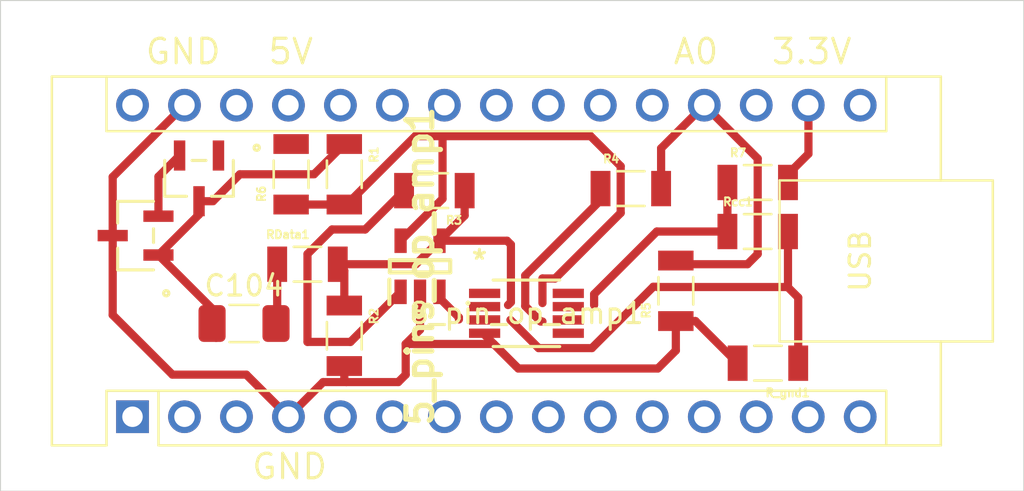
<source format=kicad_pcb>
(kicad_pcb (version 20240108) (generator "pcbnew") (generator_version "8.0")
  (layers (0 "F.Cu" signal) (31 "B.Cu" signal) (34 "B.Paste" user) (35 "F.Paste" user) (36 "B.SilkS" user "B.Silkscreen") (37 "F.SilkS" user "F.Silkscreen") (38 "B.Mask" user) (39 "F.Mask" user) (44 "Edge.Cuts" user))
  (net 0 "")
  (net 1 "Net-(Q1-C)")
  (net 3 "Net-(Q1-B)")
  (net 21 "Net-(A1-3V3)")
  (net 27 "Net-(A1-A0)")
  (net 28 "Net-(A1-+5V)")
  (net 32 "Net-(5_pins_op_amp1-VDD)")
  (net 33 "Net-(5_pins_op_amp1-VIN-)")
  (net 34 "Net-(5_pins_op_amp1-VSS)")
  (net 35 "Net-(5_pins_op_amp1-VOUT)")
  (net 36 "Net-(5_pins_op_amp1-VIN+)")
  (net 40 "Net-(C104-Pad2)")
  (footprint "Capacitor_SMD:C_1206_3216Metric_Pad1.33x1.80mm_HandSolder" (layer "F.Cu") (at 37.9 65.3)
    (property "Reference" "C104" (at 0 -1.85 0) (layer "F.SilkS"))
    (property "Value" ".1uF")
    (fp_line (start -0.711252 -0.91) (end 0.711252 -0.91) (stroke (width 0.12)) (layer "F.SilkS"))
    (fp_line (start -0.711252 0.91) (end 0.711252 0.91) (stroke (width 0.12)) (layer "F.SilkS"))
    (pad "1" smd roundrect (at -1.5625 0) (size 1.325 1.8) (layers "F.Cu" "F.Paste" "F.Mask") (roundrect_rratio 0.188679) (net 1 "Net-(Q1-C)"))
    (pad "2" smd roundrect (at 1.5625 0) (size 1.325 1.8) (layers "F.Cu" "F.Paste" "F.Mask") (roundrect_rratio 0.188679) (net 40 "Net-(C104-Pad2)"))
  )
  (footprint "1206:RESC3116X65N" (layer "F.Cu") (at 47.2 58.8 180)
    (property "Reference" "R3" (at -0.96 -1.45 180) (layer "F.SilkS") (effects (font (size 0.393701 0.393701))))
    (property "Value" "R")
    (fp_line (start -0.67 0.85) (end 0.67 0.85) (stroke (width 0.127)) (layer "F.SilkS"))
    (fp_line (start -0.67 -0.85) (end 0.67 -0.85) (stroke (width 0.127)) (layer "F.SilkS"))
    (pad "1" smd rect (at -1.48 0 180) (size 0.97 1.73) (layers "F.Cu" "F.Paste" "F.Mask") (net 33 "Net-(5_pins_op_amp1-VIN-)"))
    (pad "2" smd rect (at 1.48 0 180) (size 0.97 1.73) (layers "F.Cu" "F.Paste" "F.Mask") (net 35 "Net-(5_pins_op_amp1-VOUT)"))
  )
  (footprint "1206:RESC3116X65N" (layer "F.Cu") (at 40.2 58 90)
    (property "Reference" "R6" (at -0.96 -1.45 -90) (layer "F.SilkS") (effects (font (size 0.393701 0.393701))))
    (property "Value" "R")
    (fp_line (start -0.67 -0.85) (end 0.67 -0.85) (stroke (width 0.127)) (layer "F.SilkS"))
    (fp_line (start -0.67 0.85) (end 0.67 0.85) (stroke (width 0.127)) (layer "F.SilkS"))
    (pad "1" smd rect (at -1.48 0 90) (size 0.97 1.73) (layers "F.Cu" "F.Paste" "F.Mask") (net 32 "Net-(5_pins_op_amp1-VDD)"))
    (pad "2" smd rect (at 1.48 0 90) (size 0.97 1.73) (layers "F.Cu" "F.Paste" "F.Mask") (net 28 "Net-(A1-+5V)"))
  )
  (footprint "1206:RESC3116X65N" (layer "F.Cu") (at 59 63.7 90)
    (property "Reference" "R5" (at -0.96 -1.45 -90) (layer "F.SilkS") (effects (font (size 0.393701 0.393701))))
    (property "Value" "R")
    (fp_line (start -0.67 -0.85) (end 0.67 -0.85) (stroke (width 0.127)) (layer "F.SilkS"))
    (fp_line (start -0.67 0.85) (end 0.67 0.85) (stroke (width 0.127)) (layer "F.SilkS"))
    (pad "1" smd rect (at -1.48 0 90) (size 0.97 1.73) (layers "F.Cu" "F.Paste" "F.Mask") (net 34 "Net-(5_pins_op_amp1-VSS)"))
    (pad "2" smd rect (at 1.48 0 90) (size 0.97 1.73) (layers "F.Cu" "F.Paste" "F.Mask") (net 27 "Net-(A1-A0)"))
  )
  (footprint "1206:RESC3116X65N" (layer "F.Cu") (at 63 60.8)
    (property "Reference" "Rcc1" (at -0.96 -1.45 0) (layer "F.SilkS") (effects (font (size 0.393701 0.393701))))
    (property "Value" "R")
    (fp_line (start -0.67 -0.85) (end 0.67 -0.85) (stroke (width 0.127)) (layer "F.SilkS"))
    (fp_line (start -0.67 0.85) (end 0.67 0.85) (stroke (width 0.127)) (layer "F.SilkS"))
    (pad "1" smd rect (at -1.48 0) (size 0.97 1.73) (layers "F.Cu" "F.Paste" "F.Mask") (net 32 "Net-(5_pins_op_amp1-VDD)"))
    (pad "2" smd rect (at 1.48 0) (size 0.97 1.73) (layers "F.Cu" "F.Paste" "F.Mask") (net 36 "Net-(5_pins_op_amp1-VIN+)"))
  )
  (footprint "op_amp_MCP6291-E/MS:MSOP8_MC_MCH" (layer "F.Cu") (at 51.7 64.8)
    (property "Reference" "8_pin_op_amp1" (at 0 0 0) (layer "F.SilkS"))
    (property "Value" "MCP6L91RT-EMS")
    (fp_line (start -1.6256 1.6256) (end 1.6256 1.6256) (stroke (width 0.1524)) (layer "F.SilkS"))
    (fp_line (start 1.6256 -1.6256) (end -1.6256 -1.6256) (stroke (width 0.1524)) (layer "F.SilkS"))
    (fp_text user "*" (at -2.2987 -2.5752 0) (layer "F.SilkS"))
    (fp_text user "*" (at -2.2987 -2.5752 0) (layer "F.SilkS"))
    (pad "1" smd rect (at -2.0447 -0.974999) (size 1.524 0.4572) (layers "F.Cu" "F.Paste" "F.Mask"))
    (pad "2" smd rect (at -2.0447 -0.325001) (size 1.524 0.4572) (layers "F.Cu" "F.Paste" "F.Mask") (net 33 "Net-(5_pins_op_amp1-VIN-)"))
    (pad "3" smd rect (at -2.0447 0.325001) (size 1.524 0.4572) (layers "F.Cu" "F.Paste" "F.Mask") (net 36 "Net-(5_pins_op_amp1-VIN+)"))
    (pad "4" smd rect (at -2.0447 0.974999) (size 1.524 0.4572) (layers "F.Cu" "F.Paste" "F.Mask") (net 34 "Net-(5_pins_op_amp1-VSS)"))
    (pad "5" smd rect (at 2.0447 0.974999) (size 1.524 0.4572) (layers "F.Cu" "F.Paste" "F.Mask"))
    (pad "6" smd rect (at 2.0447 0.325001) (size 1.524 0.4572) (layers "F.Cu" "F.Paste" "F.Mask") (net 35 "Net-(5_pins_op_amp1-VOUT)"))
    (pad "7" smd rect (at 2.0447 -0.325001) (size 1.524 0.4572) (layers "F.Cu" "F.Paste" "F.Mask") (net 32 "Net-(5_pins_op_amp1-VDD)"))
    (pad "8" smd rect (at 2.0447 -0.974999) (size 1.524 0.4572) (layers "F.Cu" "F.Paste" "F.Mask"))
  )
  (footprint "1206:RESC3116X65N" (layer "F.Cu") (at 63 58.4)
    (property "Reference" "R7" (at -0.96 -1.45 0) (layer "F.SilkS") (effects (font (size 0.393701 0.393701))))
    (property "Value" "R")
    (fp_line (start -0.67 -0.85) (end 0.67 -0.85) (stroke (width 0.127)) (layer "F.SilkS"))
    (fp_line (start -0.67 0.85) (end 0.67 0.85) (stroke (width 0.127)) (layer "F.SilkS"))
    (pad "1" smd rect (at -1.48 0) (size 0.97 1.73) (layers "F.Cu" "F.Paste" "F.Mask") (net 32 "Net-(5_pins_op_amp1-VDD)"))
    (pad "2" smd rect (at 1.48 0) (size 0.97 1.73) (layers "F.Cu" "F.Paste" "F.Mask") (net 21 "Net-(A1-3V3)"))
  )
  (footprint "1206:RESC3116X65N" (layer "F.Cu") (at 42.8 65.9 -90)
    (property "Reference" "R2" (at -0.96 -1.45 90) (layer "F.SilkS") (effects (font (size 0.393701 0.393701))))
    (property "Value" "R")
    (fp_line (start -0.67 0.85) (end 0.67 0.85) (stroke (width 0.127)) (layer "F.SilkS"))
    (fp_line (start -0.67 -0.85) (end 0.67 -0.85) (stroke (width 0.127)) (layer "F.SilkS"))
    (pad "1" smd rect (at -1.48 0 270) (size 0.97 1.73) (layers "F.Cu" "F.Paste" "F.Mask") (net 33 "Net-(5_pins_op_amp1-VIN-)"))
    (pad "2" smd rect (at 1.48 0 270) (size 0.97 1.73) (layers "F.Cu" "F.Paste" "F.Mask") (net 34 "Net-(5_pins_op_amp1-VSS)"))
  )
  (footprint "1206:RESC3116X65N" (layer "F.Cu") (at 63.5 67.24 180)
    (property "Reference" "R_gnd1" (at -0.96 -1.45 180) (layer "F.SilkS") (effects (font (size 0.393701 0.393701))))
    (property "Value" "R")
    (fp_line (start -0.67 0.85) (end 0.67 0.85) (stroke (width 0.127)) (layer "F.SilkS"))
    (fp_line (start -0.67 -0.85) (end 0.67 -0.85) (stroke (width 0.127)) (layer "F.SilkS"))
    (pad "1" smd rect (at -1.48 0 180) (size 0.97 1.73) (layers "F.Cu" "F.Paste" "F.Mask") (net 36 "Net-(5_pins_op_amp1-VIN+)"))
    (pad "2" smd rect (at 1.48 0 180) (size 0.97 1.73) (layers "F.Cu" "F.Paste" "F.Mask") (net 34 "Net-(5_pins_op_amp1-VSS)"))
  )
  (footprint "1206:RESC3116X65N" (layer "F.Cu") (at 42.8 58 -90)
    (property "Reference" "R1" (at -0.96 -1.45 90) (layer "F.SilkS") (effects (font (size 0.393701 0.393701))))
    (property "Value" "R")
    (fp_line (start -0.67 0.85) (end 0.67 0.85) (stroke (width 0.127)) (layer "F.SilkS"))
    (fp_line (start -0.67 -0.85) (end 0.67 -0.85) (stroke (width 0.127)) (layer "F.SilkS"))
    (pad "1" smd rect (at -1.48 0 270) (size 0.97 1.73) (layers "F.Cu" "F.Paste" "F.Mask") (net 1 "Net-(Q1-C)"))
    (pad "2" smd rect (at 1.48 0 270) (size 0.97 1.73) (layers "F.Cu" "F.Paste" "F.Mask") (net 32 "Net-(5_pins_op_amp1-VDD)"))
  )
  (footprint "op_amp_MCP6291T-E/OT:SOT95P280X145-5N" (layer "F.Cu") (at 46.5 62.5 90)
    (property "Reference" "5_pins_op_amp1" (at 0 0 -90) (layer "F.SilkS") (effects (font (size 1.27 1.27) (thickness 0.254))))
    (property "Value" "MCP6291T-E_OT" (hide yes))
    (fp_line (start -1.85 -1.5) (end -0.65 -1.5) (stroke (width 0.2)) (layer "F.SilkS"))
    (fp_line (start 0.3 -1.475) (end 0.3 1.475) (stroke (width 0.2)) (layer "F.SilkS"))
    (fp_line (start -0.3 -1.475) (end 0.3 -1.475) (stroke (width 0.2)) (layer "F.SilkS"))
    (fp_line (start 0.3 1.475) (end -0.3 1.475) (stroke (width 0.2)) (layer "F.SilkS"))
    (fp_line (start -0.3 1.475) (end -0.3 -1.475) (stroke (width 0.2)) (layer "F.SilkS"))
    (pad "1" smd rect (at -1.25 -0.95 180) (size 0.6 1.2) (layers "F.Cu" "F.Paste" "F.Mask") (net 35 "Net-(5_pins_op_amp1-VOUT)"))
    (pad "2" smd rect (at -1.25 0 180) (size 0.6 1.2) (layers "F.Cu" "F.Paste" "F.Mask") (net 34 "Net-(5_pins_op_amp1-VSS)"))
    (pad "3" smd rect (at -1.25 0.95 180) (size 0.6 1.2) (layers "F.Cu" "F.Paste" "F.Mask") (net 36 "Net-(5_pins_op_amp1-VIN+)"))
    (pad "4" smd rect (at 1.25 0.95 180) (size 0.6 1.2) (layers "F.Cu" "F.Paste" "F.Mask") (net 33 "Net-(5_pins_op_amp1-VIN-)"))
    (pad "5" smd rect (at 1.25 -0.95 180) (size 0.6 1.2) (layers "F.Cu" "F.Paste" "F.Mask") (net 32 "Net-(5_pins_op_amp1-VDD)"))
  )
  (footprint "1206:RESC3116X65N" (layer "F.Cu") (at 41 62.4)
    (property "Reference" "RData1" (at -0.96 -1.45 0) (layer "F.SilkS") (effects (font (size 0.393701 0.393701))))
    (property "Value" "R")
    (fp_line (start -0.67 -0.85) (end 0.67 -0.85) (stroke (width 0.127)) (layer "F.SilkS"))
    (fp_line (start -0.67 0.85) (end 0.67 0.85) (stroke (width 0.127)) (layer "F.SilkS"))
    (pad "1" smd rect (at -1.48 0) (size 0.97 1.73) (layers "F.Cu" "F.Paste" "F.Mask") (net 40 "Net-(C104-Pad2)"))
    (pad "2" smd rect (at 1.48 0) (size 0.97 1.73) (layers "F.Cu" "F.Paste" "F.Mask") (net 33 "Net-(5_pins_op_amp1-VIN-)"))
  )
  (footprint "2SC3356:SOT-23_MINIMOLD_REN" (layer "F.Cu") (at 32.6 61 90)
    (property "Reference" "Q3" (hide yes))
    (property "Value" "2SC3356" (hide yes))
    (fp_line (start 1.6764 -0.8763) (end 0.61214 -0.8763) (stroke (width 0.1524)) (layer "F.SilkS"))
    (fp_line (start -0.61214 -0.8763) (end -1.6764 -0.8763) (stroke (width 0.1524)) (layer "F.SilkS"))
    (fp_line (start -1.6764 -0.8763) (end -1.6764 0.8763) (stroke (width 0.1524)) (layer "F.SilkS"))
    (fp_line (start 1.6764 0.8763) (end 1.6764 -0.8763) (stroke (width 0.1524)) (layer "F.SilkS"))
    (fp_line (start -0.337861 0.8763) (end 0.337861 0.8763) (stroke (width 0.1524)) (layer "F.SilkS"))
    (fp_circle (center -2.8194 1.4986) (end -2.6924 1.4986) (stroke (width 0.1524)) (fill none) (layer "F.SilkS"))
    (pad "1" smd rect (at -0.950001 1.1176 90) (size 0.5588 1.4732) (layers "F.Cu" "F.Paste" "F.Mask") (net 1 "Net-(Q1-C)"))
    (pad "2" smd rect (at 0.950001 1.1176 90) (size 0.5588 1.4732) (layers "F.Cu" "F.Paste" "F.Mask") (net 3 "Net-(Q1-B)"))
    (pad "3" smd rect (at 0 -1.1176 90) (size 0.5588 1.4732) (layers "F.Cu" "F.Paste" "F.Mask") (net 34 "Net-(5_pins_op_amp1-VSS)"))
  )
  (footprint "Module:Arduino_Nano" (layer "F.Cu") (at 32.45 69.86 90)
    (property "Reference" "A1" (hide yes))
    (property "Value" "Arduino_Nano_Every" (hide yes))
    (fp_line (start 16.64 -3.94) (end -1.4 -3.94) (stroke (width 0.12)) (layer "F.SilkS"))
    (fp_line (start -1.4 -3.94) (end -1.4 -1.27) (stroke (width 0.12)) (layer "F.SilkS"))
    (fp_line (start 13.97 -1.27) (end 16.64 -1.27) (stroke (width 0.12)) (layer "F.SilkS"))
    (fp_line (start 13.97 -1.27) (end 13.97 36.83) (stroke (width 0.12)) (layer "F.SilkS"))
    (fp_line (start 1.27 -1.27) (end -1.4 -1.27) (stroke (width 0.12)) (layer "F.SilkS"))
    (fp_line (start 1.27 1.27) (end 1.27 -1.27) (stroke (width 0.12)) (layer "F.SilkS"))
    (fp_line (start 1.27 1.27) (end -1.4 1.27) (stroke (width 0.12)) (layer "F.SilkS"))
    (fp_line (start 1.27 1.27) (end 1.27 36.83) (stroke (width 0.12)) (layer "F.SilkS"))
    (fp_line (start -1.4 1.27) (end -1.4 39.5) (stroke (width 0.12)) (layer "F.SilkS"))
    (fp_line (start 11.56 31.62) (end 11.56 42.04) (stroke (width 0.12)) (layer "F.SilkS"))
    (fp_line (start 3.68 31.62) (end 11.56 31.62) (stroke (width 0.12)) (layer "F.SilkS"))
    (fp_line (start 13.97 36.83) (end 16.64 36.83) (stroke (width 0.12)) (layer "F.SilkS"))
    (fp_line (start 1.27 36.83) (end -1.4 36.83) (stroke (width 0.12)) (layer "F.SilkS"))
    (fp_line (start 16.64 39.5) (end 16.64 -3.94) (stroke (width 0.12)) (layer "F.SilkS"))
    (fp_line (start 16.64 39.5) (end 11.56 39.5) (stroke (width 0.12)) (layer "F.SilkS"))
    (fp_line (start -1.4 39.5) (end 3.68 39.5) (stroke (width 0.12)) (layer "F.SilkS"))
    (fp_line (start 11.56 42.04) (end 3.68 42.04) (stroke (width 0.12)) (layer "F.SilkS"))
    (fp_line (start 3.68 42.04) (end 3.68 31.62) (stroke (width 0.12)) (layer "F.SilkS"))
    (fp_text user "USB" (at 7.62 35.56 90) (layer "F.SilkS"))
    (pad "1" thru_hole rect (at 0 0 90) (size 1.6 1.6) (drill 1) (layers "*.Cu" "*.Mask"))
    (pad "2" thru_hole oval (at 0 2.54 90) (size 1.6 1.6) (drill 1) (layers "*.Cu" "*.Mask"))
    (pad "3" thru_hole oval (at 0 5.08 90) (size 1.6 1.6) (drill 1) (layers "*.Cu" "*.Mask"))
    (pad "4" thru_hole oval (at 0 7.62 90) (size 1.6 1.6) (drill 1) (layers "*.Cu" "*.Mask") (net 34 "Net-(5_pins_op_amp1-VSS)"))
    (pad "5" thru_hole oval (at 0 10.16 90) (size 1.6 1.6) (drill 1) (layers "*.Cu" "*.Mask"))
    (pad "6" thru_hole oval (at 0 12.7 90) (size 1.6 1.6) (drill 1) (layers "*.Cu" "*.Mask"))
    (pad "7" thru_hole oval (at 0 15.24 90) (size 1.6 1.6) (drill 1) (layers "*.Cu" "*.Mask"))
    (pad "8" thru_hole oval (at 0 17.78 90) (size 1.6 1.6) (drill 1) (layers "*.Cu" "*.Mask"))
    (pad "9" thru_hole oval (at 0 20.32 90) (size 1.6 1.6) (drill 1) (layers "*.Cu" "*.Mask"))
    (pad "10" thru_hole oval (at 0 22.86 90) (size 1.6 1.6) (drill 1) (layers "*.Cu" "*.Mask"))
    (pad "11" thru_hole oval (at 0 25.4 90) (size 1.6 1.6) (drill 1) (layers "*.Cu" "*.Mask"))
    (pad "12" thru_hole oval (at 0 27.94 90) (size 1.6 1.6) (drill 1) (layers "*.Cu" "*.Mask"))
    (pad "13" thru_hole oval (at 0 30.48 90) (size 1.6 1.6) (drill 1) (layers "*.Cu" "*.Mask"))
    (pad "14" thru_hole oval (at 0 33.02 90) (size 1.6 1.6) (drill 1) (layers "*.Cu" "*.Mask"))
    (pad "15" thru_hole oval (at 0 35.56 90) (size 1.6 1.6) (drill 1) (layers "*.Cu" "*.Mask"))
    (pad "16" thru_hole oval (at 15.24 35.56 90) (size 1.6 1.6) (drill 1) (layers "*.Cu" "*.Mask"))
    (pad "17" thru_hole oval (at 15.24 33.02 90) (size 1.6 1.6) (drill 1) (layers "*.Cu" "*.Mask") (net 21 "Net-(A1-3V3)"))
    (pad "18" thru_hole oval (at 15.24 30.48 90) (size 1.6 1.6) (drill 1) (layers "*.Cu" "*.Mask"))
    (pad "19" thru_hole oval (at 15.24 27.94 90) (size 1.6 1.6) (drill 1) (layers "*.Cu" "*.Mask") (net 27 "Net-(A1-A0)"))
    (pad "20" thru_hole oval (at 15.24 25.4 90) (size 1.6 1.6) (drill 1) (layers "*.Cu" "*.Mask"))
    (pad "21" thru_hole oval (at 15.24 22.86 90) (size 1.6 1.6) (drill 1) (layers "*.Cu" "*.Mask"))
    (pad "22" thru_hole oval (at 15.24 20.32 90) (size 1.6 1.6) (drill 1) (layers "*.Cu" "*.Mask"))
    (pad "23" thru_hole oval (at 15.24 17.78 90) (size 1.6 1.6) (drill 1) (layers "*.Cu" "*.Mask"))
    (pad "24" thru_hole oval (at 15.24 15.24 90) (size 1.6 1.6) (drill 1) (layers "*.Cu" "*.Mask"))
    (pad "25" thru_hole oval (at 15.24 12.7 90) (size 1.6 1.6) (drill 1) (layers "*.Cu" "*.Mask"))
    (pad "26" thru_hole oval (at 15.24 10.16 90) (size 1.6 1.6) (drill 1) (layers "*.Cu" "*.Mask"))
    (pad "27" thru_hole oval (at 15.24 7.62 90) (size 1.6 1.6) (drill 1) (layers "*.Cu" "*.Mask") (net 28 "Net-(A1-+5V)"))
    (pad "28" thru_hole oval (at 15.24 5.08 90) (size 1.6 1.6) (drill 1) (layers "*.Cu" "*.Mask"))
    (pad "29" thru_hole oval (at 15.24 2.54 90) (size 1.6 1.6) (drill 1) (layers "*.Cu" "*.Mask") (net 34 "Net-(5_pins_op_amp1-VSS)"))
    (pad "30" thru_hole oval (at 15.24 0 90) (size 1.6 1.6) (drill 1) (layers "*.Cu" "*.Mask"))
  )
  (footprint "2SC3356:SOT-23_MINIMOLD_REN" (layer "F.Cu") (at 35.7 58.2 180)
    (property "Reference" "Q1" (hide yes))
    (property "Value" "2SC3356" (hide yes))
    (fp_line (start 1.6764 0.8763) (end 1.6764 -0.8763) (stroke (width 0.1524)) (layer "F.SilkS"))
    (fp_line (start 1.6764 -0.8763) (end 0.61214 -0.8763) (stroke (width 0.1524)) (layer "F.SilkS"))
    (fp_line (start -0.337861 0.8763) (end 0.337861 0.8763) (stroke (width 0.1524)) (layer "F.SilkS"))
    (fp_line (start -0.61214 -0.8763) (end -1.6764 -0.8763) (stroke (width 0.1524)) (layer "F.SilkS"))
    (fp_line (start -1.6764 -0.8763) (end -1.6764 0.8763) (stroke (width 0.1524)) (layer "F.SilkS"))
    (fp_circle (center -2.8194 1.4986) (end -2.6924 1.4986) (stroke (width 0.1524)) (fill none) (layer "F.SilkS"))
    (pad "1" smd rect (at -0.950001 1.1176 180) (size 0.5588 1.4732) (layers "F.Cu" "F.Paste" "F.Mask"))
    (pad "2" smd rect (at 0.950001 1.1176 180) (size 0.5588 1.4732) (layers "F.Cu" "F.Paste" "F.Mask") (net 3 "Net-(Q1-B)"))
    (pad "3" smd rect (at 0 -1.1176 180) (size 0.5588 1.4732) (layers "F.Cu" "F.Paste" "F.Mask") (net 1 "Net-(Q1-C)"))
  )
  (footprint "1206:RESC3116X65N" (layer "F.Cu") (at 56.8 58.7)
    (property "Reference" "R4" (at -0.96 -1.45 0) (layer "F.SilkS") (effects (font (size 0.393701 0.393701))))
    (property "Value" "R")
    (fp_line (start -0.67 -0.85) (end 0.67 -0.85) (stroke (width 0.127)) (layer "F.SilkS"))
    (fp_line (start -0.67 0.85) (end 0.67 0.85) (stroke (width 0.127)) (layer "F.SilkS"))
    (pad "1" smd rect (at -1.48 0) (size 0.97 1.73) (layers "F.Cu" "F.Paste" "F.Mask") (net 35 "Net-(5_pins_op_amp1-VOUT)"))
    (pad "2" smd rect (at 1.48 0) (size 0.97 1.73) (layers "F.Cu" "F.Paste" "F.Mask") (net 27 "Net-(A1-A0)"))
  )
  (gr_rect (start 26 49.5) (end 76 73.5) (stroke (width 0.05)) (fill none) (layer "Edge.Cuts"))
  (gr_text "5V" (at 39 52.7 0) (layer "F.SilkS") (effects (font (size 1.2 1.2)) (justify left bottom)))
  (gr_text "3.3V" (at 63.6 52.7 0) (layer "F.SilkS") (effects (font (size 1.2 1.2)) (justify left bottom)))
  (gr_text "GND" (at 33 52.7 0) (layer "F.SilkS") (effects (font (size 1.2 1.2)) (justify left bottom)))
  (gr_text "A0" (at 58.8 52.7 0) (layer "F.SilkS") (effects (font (size 1.2 1.2)) (justify left bottom)))
  (gr_text "GND" (at 38.2 73 0) (layer "F.SilkS") (effects (font (size 1.2 1.2)) (justify left bottom)))
  (segment (start 36.5375 64.769901) (end 33.7176 61.950001) (width 0.4) (layer "F.Cu") (net 1))
  (segment (start 37.697 58) (end 41.32 58) (width 0.4) (layer "F.Cu") (net 1))
  (segment (start 36.3794 59.3176) (end 37.697 58) (width 0.4) (layer "F.Cu") (net 1))
  (segment (start 36.5375 66) (end 36.5375 64.769901) (width 0.4) (layer "F.Cu") (net 1))
  (segment (start 35.7 59.3176) (end 35.7 59.967601) (width 0.4) (layer "F.Cu") (net 1))
  (segment (start 35.7 59.3176) (end 35.7 59.88) (width 0.4) (layer "F.Cu") (net 1))
  (segment (start 35.7 59.3176) (end 36.3794 59.3176) (width 0.4) (layer "F.Cu") (net 1))
  (segment (start 35.7 59.967601) (end 33.7176 61.950001) (width 0.4) (layer "F.Cu") (net 1))
  (segment (start 41.32 58) (end 42.8 56.52) (width 0.4) (layer "F.Cu") (net 1))
  (segment (start 33.7176 60.049999) (end 33.7176 58.114799) (width 0.4) (layer "F.Cu") (net 3))
  (segment (start 33.7176 58.114799) (end 34.749999 57.0824) (width 0.4) (layer "F.Cu") (net 3))
  (segment (start 64.48 58) (end 65.48 57) (width 0.4) (layer "F.Cu") (net 21))
  (segment (start 64.48 58.4) (end 64.48 58) (width 0.4) (layer "F.Cu") (net 21))
  (segment (start 65.48 54.63) (end 65.47 54.62) (width 0.4) (layer "F.Cu") (net 21))
  (segment (start 65.48 57) (end 65.48 54.63) (width 0.4) (layer "F.Cu") (net 21))
  (segment (start 59.18 62.4) (end 62.5 62.4) (width 0.4) (layer "F.Cu") (net 27))
  (segment (start 58.28 56.73) (end 60.39 54.62) (width 0.4) (layer "F.Cu") (net 27))
  (segment (start 62.5 62.4) (end 63 61.9) (width 0.4) (layer "F.Cu") (net 27))
  (segment (start 63 57.23) (end 60.39 54.62) (width 0.4) (layer "F.Cu") (net 27))
  (segment (start 63 61.9) (end 63 57.23) (width 0.4) (layer "F.Cu") (net 27))
  (segment (start 58.28 58.7) (end 58.28 56.73) (width 0.4) (layer "F.Cu") (net 27))
  (segment (start 59 62.22) (end 59.18 62.4) (width 0.4) (layer "F.Cu") (net 27))
  (segment (start 60.39 54.62) (end 60.36 54.62) (width 0.4) (layer "F.Cu") (net 27))
  (segment (start 40.12 54.67) (end 40.07 54.62) (width 0.4) (layer "F.Cu") (net 28))
  (segment (start 53.1 63.096401) (end 56.305 59.891401) (width 0.4) (layer "F.Cu") (net 32))
  (segment (start 61.52 60.8) (end 58.07 60.8) (width 0.4) (layer "F.Cu") (net 32))
  (segment (start 45.55 61.25) (end 47.6 59.2) (width 0.4) (layer "F.Cu") (net 32))
  (segment (start 47.6 56.135) (end 46.265 56.135) (width 0.4) (layer "F.Cu") (net 32))
  (segment (start 46.265 56.135) (end 42.92 59.48) (width 0.4) (layer "F.Cu") (net 32))
  (segment (start 52.4827 64.3) (end 52.4827 63.096401) (width 0.4) (layer "F.Cu") (net 32))
  (segment (start 47.6 59.2) (end 47.6 56.135) (width 0.4) (layer "F.Cu") (net 32))
  (segment (start 61.52 60.8) (end 61.52 58.4) (width 0.4) (layer "F.Cu") (net 32))
  (segment (start 56.305 57.605) (end 54.835 56.135) (width 0.4) (layer "F.Cu") (net 32))
  (segment (start 42.92 59.48) (end 40.2 59.48) (width 0.4) (layer "F.Cu") (net 32))
  (segment (start 56.305 59.891401) (end 56.305 57.605) (width 0.4) (layer "F.Cu") (net 32))
  (segment (start 45.55 61.25) (end 45.45 61.25) (width 0.4) (layer "F.Cu") (net 32))
  (segment (start 54.835 56.135) (end 47.6 56.135) (width 0.4) (layer "F.Cu") (net 32))
  (segment (start 52.4827 63.096401) (end 53.1 63.096401) (width 0.4) (layer "F.Cu") (net 32))
  (segment (start 58.07 60.8) (end 55.0067 63.8633) (width 0.4) (layer "F.Cu") (net 32))
  (segment (start 55.0067 63.8633) (end 55.0067 64.4) (width 0.4) (layer "F.Cu") (net 32))
  (segment (start 50.941125 64.255276) (end 50.8 64.396401) (width 0.4) (layer "F.Cu") (net 33))
  (segment (start 47.45 61.25) (end 46.3 62.4) (width 0.4) (layer "F.Cu") (net 33))
  (segment (start 50.75225 61.25) (end 50.941125 61.438875) (width 0.4) (layer "F.Cu") (net 33))
  (segment (start 47.45 61.25) (end 50.75225 61.25) (width 0.4) (layer "F.Cu") (net 33))
  (segment (start 48.68 60.02) (end 47.45 61.25) (width 0.4) (layer "F.Cu") (net 33))
  (segment (start 42.8 64.42) (end 42.8 62.72) (width 0.4) (layer "F.Cu") (net 33))
  (segment (start 48.68 58.8) (end 48.68 60.02) (width 0.4) (layer "F.Cu") (net 33))
  (segment (start 46.3 62.4) (end 42.48 62.4) (width 0.4) (layer "F.Cu") (net 33))
  (segment (start 42.8 62.72) (end 42.48 62.4) (width 0.4) (layer "F.Cu") (net 33))
  (segment (start 50.941125 61.438875) (end 50.941125 64.255276) (width 0.4) (layer "F.Cu") (net 33))
  (segment (start 58.12 67.5) (end 59 66.62) (width 0.4) (layer "F.Cu") (net 34))
  (segment (start 45.435 68.165) (end 42.9 68.165) (width 0.4) (layer "F.Cu") (net 34))
  (segment (start 42.8 68.065) (end 42.9 68.165) (width 0.4) (layer "F.Cu") (net 34))
  (segment (start 51.301699 67.5) (end 51.20085 67.39915) (width 0.4) (layer "F.Cu") (net 34))
  (segment (start 42.8 67.38) (end 42.8 68.065) (width 0.4) (layer "F.Cu") (net 34))
  (segment (start 31.4824 64.8824) (end 31.4824 61) (width 0.4) (layer "F.Cu") (net 34))
  (segment (start 40.07 69.86) (end 38.01 67.8) (width 0.4) (layer "F.Cu") (net 34))
  (segment (start 42.9 68.165) (end 41.765 68.165) (width 0.4) (layer "F.Cu") (net 34))
  (segment (start 51.20085 67.39915) (end 50.45085 66.64915) (width 0.4) (layer "F.Cu") (net 34))
  (segment (start 59.96 65.18) (end 62.02 67.24) (width 0.4) (layer "F.Cu") (net 34))
  (segment (start 31.4824 61) (end 31.4824 58.1276) (width 0.4) (layer "F.Cu") (net 34))
  (segment (start 59 66.62) (end 59 65.18) (width 0.4) (layer "F.Cu") (net 34))
  (segment (start 31.4824 58.1276) (end 34.99 54.62) (width 0.4) (layer "F.Cu") (net 34))
  (segment (start 46.5 65.6) (end 46.5 63.75) (width 0.4) (layer "F.Cu") (net 34))
  (segment (start 41.765 68.165) (end 40.07 69.86) (width 0.4) (layer "F.Cu") (net 34))
  (segment (start 50.45085 66.64915) (end 49.6553 65.853601) (width 0.4) (layer "F.Cu") (net 34))
  (segment (start 58.12 67.5) (end 51.301699 67.5) (width 0.4) (layer "F.Cu") (net 34))
  (segment (start 50.1017 66.3) (end 45.8 66.3) (width 0.4) (layer "F.Cu") (net 34))
  (segment (start 45.8 66.3) (end 45.8 67.8) (width 0.4) (layer "F.Cu") (net 34))
  (segment (start 51.20085 67.39915) (end 50.1017 66.3) (width 0.4) (layer "F.Cu") (net 34))
  (segment (start 38.01 67.8) (end 34.4 67.8) (width 0.4) (layer "F.Cu") (net 34))
  (segment (start 45.8 66.3) (end 46.5 65.6) (width 0.4) (layer "F.Cu") (net 34))
  (segment (start 34.4 67.8) (end 31.4824 64.8824) (width 0.4) (layer "F.Cu") (net 34))
  (segment (start 59 65.18) (end 59.96 65.18) (width 0.4) (layer "F.Cu") (net 34))
  (segment (start 45.8 67.8) (end 45.435 68.165) (width 0.4) (layer "F.Cu") (net 34))
  (segment (start 51.641125 64.448374) (end 52.392751 65.2) (width 0.4) (layer "F.Cu") (net 35))
  (segment (start 51.641125 62.948027) (end 51.641125 64.448374) (width 0.4) (layer "F.Cu") (net 35))
  (segment (start 52.392751 65.2) (end 52.4827 65.2) (width 0.4) (layer "F.Cu") (net 35))
  (segment (start 42.2 60.7) (end 43.82 60.7) (width 0.4) (layer "F.Cu") (net 35))
  (segment (start 41 66.2) (end 41 61.9) (width 0.4) (layer "F.Cu") (net 35))
  (segment (start 43.82 60.7) (end 45.72 58.8) (width 0.4) (layer "F.Cu") (net 35))
  (segment (start 43.1 66.2) (end 41 66.2) (width 0.4) (layer "F.Cu") (net 35))
  (segment (start 55.32 58.7) (end 55.32 59.269152) (width 0.4) (layer "F.Cu") (net 35))
  (segment (start 55.32 59.269152) (end 51.641125 62.948027) (width 0.4) (layer "F.Cu") (net 35))
  (segment (start 45.55 63.75) (end 43.1 66.2) (width 0.4) (layer "F.Cu") (net 35))
  (segment (start 41 61.9) (end 42.2 60.7) (width 0.4) (layer "F.Cu") (net 35))
  (segment (start 47.45 63.75) (end 47.45 64.05) (width 0.4) (layer "F.Cu") (net 36))
  (segment (start 58.115 63.515) (end 64.465 63.515) (width 0.4) (layer "F.Cu") (net 36))
  (segment (start 64.465 63.515) (end 64.98 64.03) (width 0.4) (layer "F.Cu") (net 36))
  (segment (start 48.4 65) (end 48.4 65.1) (width 0.4) (layer "F.Cu") (net 36))
  (segment (start 47.45 64.05) (end 48.4 65) (width 0.4) (layer "F.Cu") (net 36))
  (segment (start 64.48 63.5) (end 64.465 63.515) (width 0.4) (layer "F.Cu") (net 36))
  (segment (start 64.98 64.03) (end 64.98 67.24) (width 0.4) (layer "F.Cu") (net 36))
  (segment (start 64.48 60.8) (end 64.48 63.5) (width 0.4) (layer "F.Cu") (net 36))
  (segment (start 50.9173 65.125001) (end 52.295898 66.503599) (width 0.4) (layer "F.Cu") (net 36))
  (segment (start 57.9 63.5) (end 58.1 63.5) (width 0.4) (layer "F.Cu") (net 36))
  (segment (start 52.295898 66.503599) (end 54.896401 66.503599) (width 0.4) (layer "F.Cu") (net 36))
  (segment (start 54.896401 66.503599) (end 57.9 63.5) (width 0.4) (layer "F.Cu") (net 36))
  (segment (start 58.1 63.5) (end 58.115 63.515) (width 0.4) (layer "F.Cu") (net 36))
  (segment (start 39.52 65.2425) (end 39.4625 65.3) (width 0.4) (layer "F.Cu") (net 40))
  (segment (start 39.52 62.6) (end 39.52 65.2425) (width 0.4) (layer "F.Cu") (net 40))
)
</source>
